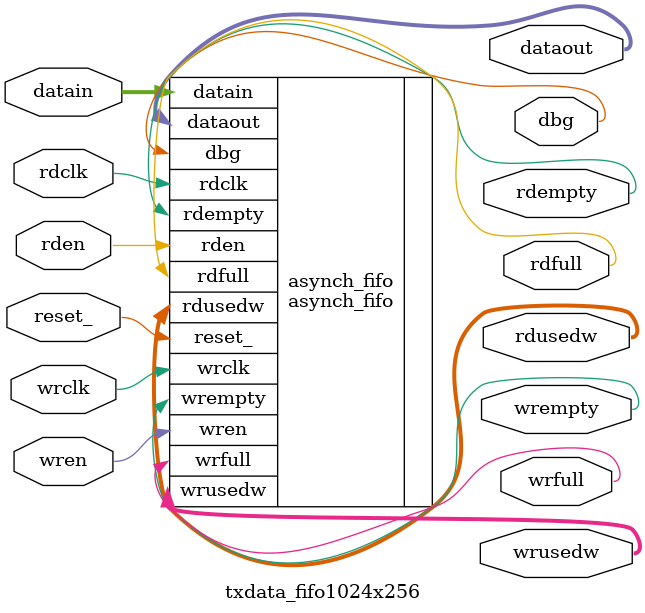
<source format=v>

`timescale 1ns / 1ps

module txdata_fifo1024x256 # (parameter WIDTH = 256,    // considering 8X8 fifo
								DEPTH = 1024,
								PTR	= 10 )          	// 2**10 = 1024 (DEPTH)

		  (
			input  wire 				reset_,
			
			//=== Signals for WRITE
			input  wire 				wrclk,      // Clk for writing data                              
			input  wire 				wren,       // request to write                                     
			input  wire [WIDTH-1 : 0]	datain,     // Data coming in                                 
			output wire					wrfull,     // indicates fifo is full or not (To avoid overiding)
			output wire 			 	wrempty,    // 0- some data is present (atleast 1 data is present)                                            
			output wire	[PTR  : 0]		wrusedw,    // number of slots currently in use for writing                                                                                                         

			//=== Signals for READ
			input  wire 				rdclk,      // Clk for reading data                                
			input  wire 				rden,       // Request to read from FIFO                           
			output wire [WIDTH-1 : 0]	dataout,    // Data coming out                                     
			output wire 				rdfull,     // 1-FIFO IS FULL (DATA AVAILABLE FOR READ is == DEPTH) 
			output wire 				rdempty,    // indicates fifo is empty or not (to avoid underflow)  
			output wire [PTR  : 0] 		rdusedw,    // number of slots currently in use for reading

			//=== Signals for TEST
			output wire dbg

);
			
			
asynch_fifo # ( .WIDTH(WIDTH),         				// considering 1024x256 fifo
								.DEPTH(DEPTH),
								.PTR(PTR) )       	// 2**10 = 1024 (DEPTH)

	asynch_fifo		  (
	
			.reset_		(reset_),
			
			//=== Signals for WRITE
			.wrclk		(wrclk),      // Clk for writing data                              
			.wren		(wren),       // request to write                                     
			.datain		(datain),     // Data coming in                                 
			.wrfull		(wrfull),     // indicates fifo is full or not (To avoid overiding)
			.wrempty	(wrempty),    // 0- some data is present (atleast 1 data is present)                                            
			.wrusedw	(wrusedw),    // number of slots currently in use for writing                                                                                                         
                                                    
			//=== Signals for READ
			.rdclk		(rdclk),      // Clk for reading data                                
			.rden		(rden),       // Request to read from FIFO                           
			.dataout	(dataout),    // Data coming out                                     
			.rdfull		(rdfull),     // 1-FIFO IS FULL (DATA AVAILABLE FOR READ is == DEPTH) 
			.rdempty	(rdempty),    // indicates fifo is empty or not (to avoid underflow)  
			.rdusedw	(rdusedw),    // number of slots currently in use for reading

			//=== Signals for TEST
			.dbg		(dbg)

	);			
						
			
endmodule
</source>
